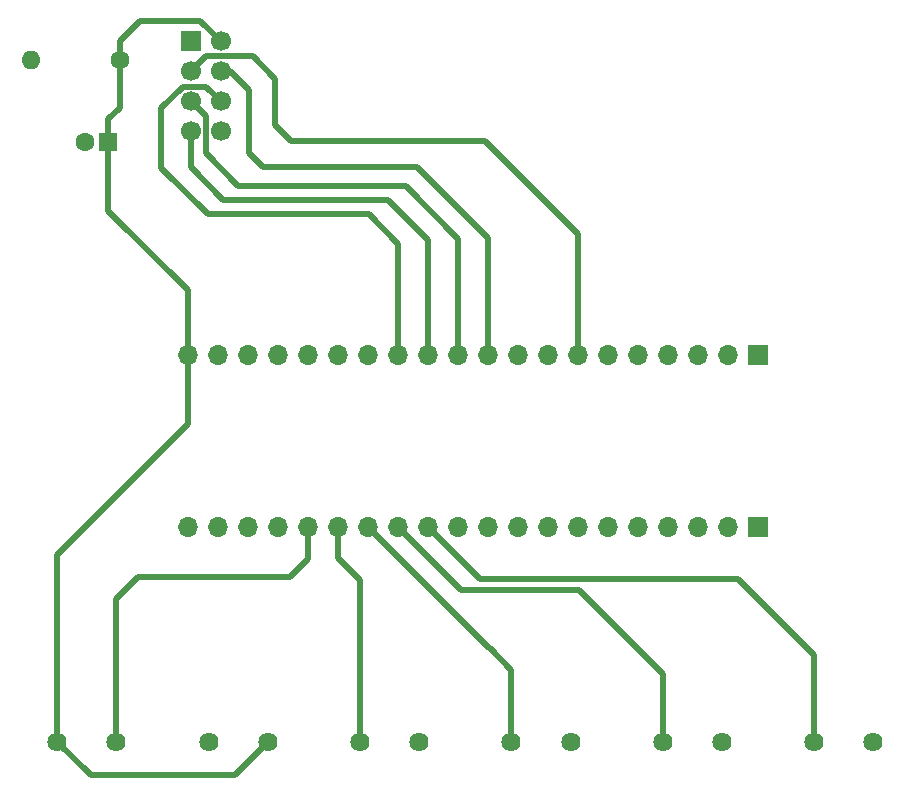
<source format=gbr>
%TF.GenerationSoftware,KiCad,Pcbnew,7.0.9*%
%TF.CreationDate,2024-01-09T15:56:44+02:00*%
%TF.ProjectId,PCB,5043422e-6b69-4636-9164-5f7063625858,rev?*%
%TF.SameCoordinates,Original*%
%TF.FileFunction,Copper,L1,Top*%
%TF.FilePolarity,Positive*%
%FSLAX46Y46*%
G04 Gerber Fmt 4.6, Leading zero omitted, Abs format (unit mm)*
G04 Created by KiCad (PCBNEW 7.0.9) date 2024-01-09 15:56:44*
%MOMM*%
%LPD*%
G01*
G04 APERTURE LIST*
%TA.AperFunction,ComponentPad*%
%ADD10C,1.625600*%
%TD*%
%TA.AperFunction,ComponentPad*%
%ADD11C,1.600000*%
%TD*%
%TA.AperFunction,ComponentPad*%
%ADD12O,1.600000X1.600000*%
%TD*%
%TA.AperFunction,ComponentPad*%
%ADD13O,1.700000X1.700000*%
%TD*%
%TA.AperFunction,ComponentPad*%
%ADD14R,1.700000X1.700000*%
%TD*%
%TA.AperFunction,ComponentPad*%
%ADD15C,1.700000*%
%TD*%
%TA.AperFunction,ComponentPad*%
%ADD16R,1.600000X1.600000*%
%TD*%
%TA.AperFunction,Conductor*%
%ADD17C,0.500000*%
%TD*%
G04 APERTURE END LIST*
D10*
%TO.P,J1,1,1*%
%TO.N,WEAPON*%
X222790000Y-143810000D03*
%TO.P,J1,2,2*%
%TO.N,GND*%
X227790000Y-143810000D03*
%TD*%
%TO.P,J4,1,1*%
%TO.N,+3.3V*%
X158730000Y-143810000D03*
%TO.P,J4,2,2*%
%TO.N,LEFT*%
X163730000Y-143810000D03*
%TD*%
D11*
%TO.P,C1,1*%
%TO.N,+3.3V*%
X163990000Y-86120000D03*
D12*
%TO.P,C1,2*%
%TO.N,GND*%
X156490000Y-86120000D03*
%TD*%
D10*
%TO.P,J5,1,1*%
%TO.N,GND*%
X171545100Y-143810000D03*
%TO.P,J5,2,2*%
%TO.N,+3.3V*%
X176545100Y-143810000D03*
%TD*%
%TO.P,J2,1,1*%
%TO.N,HAND_UP*%
X209980000Y-143810000D03*
%TO.P,J2,2,2*%
%TO.N,GND*%
X214980000Y-143810000D03*
%TD*%
D13*
%TO.P,U1,1,VBAT*%
%TO.N,unconnected-(U1-VBAT-Pad1)*%
X169790000Y-125610000D03*
%TO.P,U1,2,PC13*%
%TO.N,unconnected-(U1-PC13-Pad2)*%
X172330000Y-125610000D03*
%TO.P,U1,3,PC14*%
%TO.N,unconnected-(U1-PC14-Pad3)*%
X174870000Y-125610000D03*
%TO.P,U1,3v,3V3*%
%TO.N,+3.3V*%
X169790000Y-111035000D03*
X212970000Y-125610000D03*
%TO.P,U1,4,PC15*%
%TO.N,unconnected-(U1-PC15-Pad4)*%
X177410000Y-125610000D03*
%TO.P,U1,5v,5V*%
%TO.N,+5V*%
X174870000Y-111035000D03*
%TO.P,U1,7,NRST*%
%TO.N,unconnected-(U1-NRST-Pad7)*%
X210430000Y-125610000D03*
%TO.P,U1,10,PA0*%
%TO.N,LEFT*%
X179950000Y-125610000D03*
%TO.P,U1,11,PA1*%
%TO.N,RIGHT*%
X182490000Y-125610000D03*
%TO.P,U1,12,PA2*%
%TO.N,HAND_DOWN*%
X185030000Y-125610000D03*
%TO.P,U1,13,PA3*%
%TO.N,HAND_UP*%
X187570000Y-125610000D03*
%TO.P,U1,14,PA4*%
%TO.N,WEAPON*%
X190110000Y-125610000D03*
%TO.P,U1,15,PA5*%
%TO.N,unconnected-(U1-PA5-Pad15)*%
X192650000Y-125610000D03*
%TO.P,U1,16,PA6*%
%TO.N,unconnected-(U1-PA6-Pad16)*%
X195190000Y-125610000D03*
%TO.P,U1,17,PA7*%
%TO.N,unconnected-(U1-PA7-Pad17)*%
X197730000Y-125610000D03*
%TO.P,U1,18,PB0*%
%TO.N,unconnected-(U1-PB0-Pad18)*%
X200270000Y-125610000D03*
%TO.P,U1,19,PB1*%
%TO.N,unconnected-(U1-PB1-Pad19)*%
X202810000Y-125610000D03*
%TO.P,U1,21,PB10*%
%TO.N,unconnected-(U1-PB10-Pad21)*%
X205350000Y-125610000D03*
%TO.P,U1,22,PB11*%
%TO.N,unconnected-(U1-PB11-Pad22)*%
X207890000Y-125610000D03*
D14*
%TO.P,U1,25,PB12*%
%TO.N,unconnected-(U1-PB12-Pad25)*%
X218050000Y-111035000D03*
D13*
%TO.P,U1,26,PB13*%
%TO.N,unconnected-(U1-PB13-Pad26)*%
X215510000Y-111035000D03*
%TO.P,U1,27,PB14*%
%TO.N,unconnected-(U1-PB14-Pad27)*%
X212970000Y-111035000D03*
%TO.P,U1,28,PB15*%
%TO.N,unconnected-(U1-PB15-Pad28)*%
X210430000Y-111035000D03*
%TO.P,U1,29,PA8*%
%TO.N,unconnected-(U1-PA8-Pad29)*%
X207890000Y-111035000D03*
%TO.P,U1,30,PA9*%
%TO.N,PA9*%
X205350000Y-111035000D03*
%TO.P,U1,31,PA10*%
%TO.N,PA10*%
X202810000Y-111035000D03*
%TO.P,U1,32,PA11*%
%TO.N,unconnected-(U1-PA11-Pad32)*%
X200270000Y-111035000D03*
%TO.P,U1,33,PA12*%
%TO.N,unconnected-(U1-PA12-Pad33)*%
X197730000Y-111035000D03*
%TO.P,U1,38,PA15*%
%TO.N,PA15*%
X195190000Y-111035000D03*
%TO.P,U1,39,PB3*%
%TO.N,PB3*%
X192650000Y-111035000D03*
%TO.P,U1,40,PB4*%
%TO.N,PB4*%
X190110000Y-111035000D03*
%TO.P,U1,41,PB5*%
%TO.N,PB5*%
X187570000Y-111035000D03*
%TO.P,U1,42,PB6*%
%TO.N,unconnected-(U1-PB6-Pad42)*%
X185030000Y-111035000D03*
%TO.P,U1,43,PB7*%
%TO.N,unconnected-(U1-PB7-Pad43)*%
X182490000Y-111035000D03*
%TO.P,U1,45,PB8*%
%TO.N,unconnected-(U1-PB8-Pad45)*%
X179950000Y-111035000D03*
%TO.P,U1,46,PB9*%
%TO.N,unconnected-(U1-PB9-Pad46)*%
X177410000Y-111035000D03*
%TO.P,U1,G,GND*%
%TO.N,GND*%
X172330000Y-111035000D03*
D14*
X218050000Y-125610000D03*
D13*
X215510000Y-125610000D03*
%TD*%
D14*
%TO.P,U2,1,GND*%
%TO.N,GND*%
X170000000Y-84520000D03*
D15*
%TO.P,U2,2,VCC*%
%TO.N,+3.3V*%
X172540000Y-84520000D03*
%TO.P,U2,3,CE*%
%TO.N,PA10*%
X170000000Y-87060000D03*
%TO.P,U2,4,~{CSN}*%
%TO.N,PA15*%
X172540000Y-87060000D03*
%TO.P,U2,5,SCK*%
%TO.N,PB3*%
X170000000Y-89600000D03*
%TO.P,U2,6,MOSI*%
%TO.N,PB5*%
X172540000Y-89600000D03*
%TO.P,U2,7,MISO*%
%TO.N,PB4*%
X170000000Y-92140000D03*
%TO.P,U2,8,IRQ*%
%TO.N,PA9*%
X172540000Y-92140000D03*
%TD*%
D16*
%TO.P,C2,1*%
%TO.N,+3.3V*%
X163040000Y-93020000D03*
D11*
%TO.P,C2,2*%
%TO.N,GND*%
X161040000Y-93020000D03*
%TD*%
D10*
%TO.P,J6,1,1*%
%TO.N,RIGHT*%
X184360000Y-143810000D03*
%TO.P,J6,2,2*%
%TO.N,GND*%
X189360000Y-143810000D03*
%TD*%
%TO.P,J3,1,1*%
%TO.N,HAND_DOWN*%
X197170000Y-143810000D03*
%TO.P,J3,2,2*%
%TO.N,GND*%
X202170000Y-143810000D03*
%TD*%
D17*
%TO.N,+3.3V*%
X158730000Y-127970000D02*
X158730000Y-143810000D01*
X163990000Y-90160000D02*
X163990000Y-86120000D01*
X163040000Y-93020000D02*
X163040000Y-91110000D01*
X163990000Y-86120000D02*
X163990000Y-84500000D01*
X163990000Y-84500000D02*
X165680000Y-82810000D01*
X169790000Y-105590000D02*
X169790000Y-111035000D01*
X163040000Y-91110000D02*
X163990000Y-90160000D01*
X170830000Y-82810000D02*
X172540000Y-84520000D01*
X158730000Y-143810000D02*
X161550000Y-146630000D01*
X169790000Y-111035000D02*
X169790000Y-116910000D01*
X169790000Y-116910000D02*
X158730000Y-127970000D01*
X161550000Y-146630000D02*
X173725100Y-146630000D01*
X163040000Y-98840000D02*
X169790000Y-105590000D01*
X173725100Y-146630000D02*
X176545100Y-143810000D01*
X165680000Y-82810000D02*
X170830000Y-82810000D01*
X163040000Y-93020000D02*
X163040000Y-98840000D01*
%TO.N,WEAPON*%
X222790000Y-143810000D02*
X222790000Y-136440000D01*
X222790000Y-136440000D02*
X216340000Y-129990000D01*
X194490000Y-129990000D02*
X190110000Y-125610000D01*
X216340000Y-129990000D02*
X194490000Y-129990000D01*
%TO.N,HAND_UP*%
X209980000Y-138040000D02*
X202910000Y-130970000D01*
X202910000Y-130970000D02*
X192930000Y-130970000D01*
X209980000Y-143810000D02*
X209980000Y-138040000D01*
X192930000Y-130970000D02*
X187570000Y-125610000D01*
%TO.N,HAND_DOWN*%
X195320000Y-135880000D02*
X197170000Y-137730000D01*
X197170000Y-137730000D02*
X197170000Y-143810000D01*
X195300000Y-135880000D02*
X195320000Y-135880000D01*
X185030000Y-125610000D02*
X195300000Y-135880000D01*
%TO.N,LEFT*%
X165520000Y-129900000D02*
X163730000Y-131690000D01*
X179950000Y-128360000D02*
X178410000Y-129900000D01*
X179950000Y-125610000D02*
X179950000Y-128360000D01*
X163730000Y-131690000D02*
X163730000Y-143810000D01*
X178410000Y-129900000D02*
X165520000Y-129900000D01*
%TO.N,RIGHT*%
X184360000Y-143810000D02*
X184360000Y-130090000D01*
X182490000Y-128220000D02*
X182490000Y-125610000D01*
X184360000Y-130090000D02*
X182490000Y-128220000D01*
%TO.N,PA10*%
X177160000Y-87700000D02*
X175250000Y-85790000D01*
X194960000Y-92930000D02*
X178520000Y-92930000D01*
X178520000Y-92930000D02*
X177160000Y-91570000D01*
X171270000Y-85790000D02*
X170000000Y-87060000D01*
X177160000Y-91570000D02*
X177160000Y-87700000D01*
X175250000Y-85790000D02*
X171270000Y-85790000D01*
X202810000Y-100780000D02*
X194960000Y-92930000D01*
X202810000Y-111035000D02*
X202810000Y-100780000D01*
%TO.N,PA15*%
X176130000Y-95150000D02*
X174950000Y-93970000D01*
X195190000Y-101160000D02*
X189180000Y-95150000D01*
X195190000Y-111035000D02*
X195190000Y-101160000D01*
X174950000Y-93970000D02*
X174950000Y-88660000D01*
X173350000Y-87060000D02*
X172540000Y-87060000D01*
X189180000Y-95150000D02*
X176130000Y-95150000D01*
X174950000Y-88660000D02*
X173350000Y-87060000D01*
%TO.N,PB3*%
X192650000Y-101210000D02*
X188200000Y-96760000D01*
X171270000Y-93980000D02*
X171270000Y-90870000D01*
X171270000Y-90870000D02*
X170000000Y-89600000D01*
X192650000Y-111035000D02*
X192650000Y-101210000D01*
X174050000Y-96760000D02*
X171270000Y-93980000D01*
X188200000Y-96760000D02*
X174050000Y-96760000D01*
%TO.N,PB4*%
X186720000Y-97910000D02*
X190110000Y-101300000D01*
X170000000Y-95170000D02*
X172740000Y-97910000D01*
X170000000Y-92140000D02*
X170000000Y-95170000D01*
X172740000Y-97910000D02*
X186720000Y-97910000D01*
X190110000Y-101300000D02*
X190110000Y-111035000D01*
%TO.N,PB5*%
X187570000Y-111035000D02*
X187570000Y-101630000D01*
X169330000Y-88340000D02*
X171280000Y-88340000D01*
X167510000Y-95210000D02*
X167510000Y-90160000D01*
X171280000Y-88340000D02*
X172540000Y-89600000D01*
X187570000Y-101630000D02*
X185100000Y-99160000D01*
X185100000Y-99160000D02*
X171460000Y-99160000D01*
X167510000Y-90160000D02*
X169330000Y-88340000D01*
X171460000Y-99160000D02*
X167510000Y-95210000D01*
%TD*%
M02*

</source>
